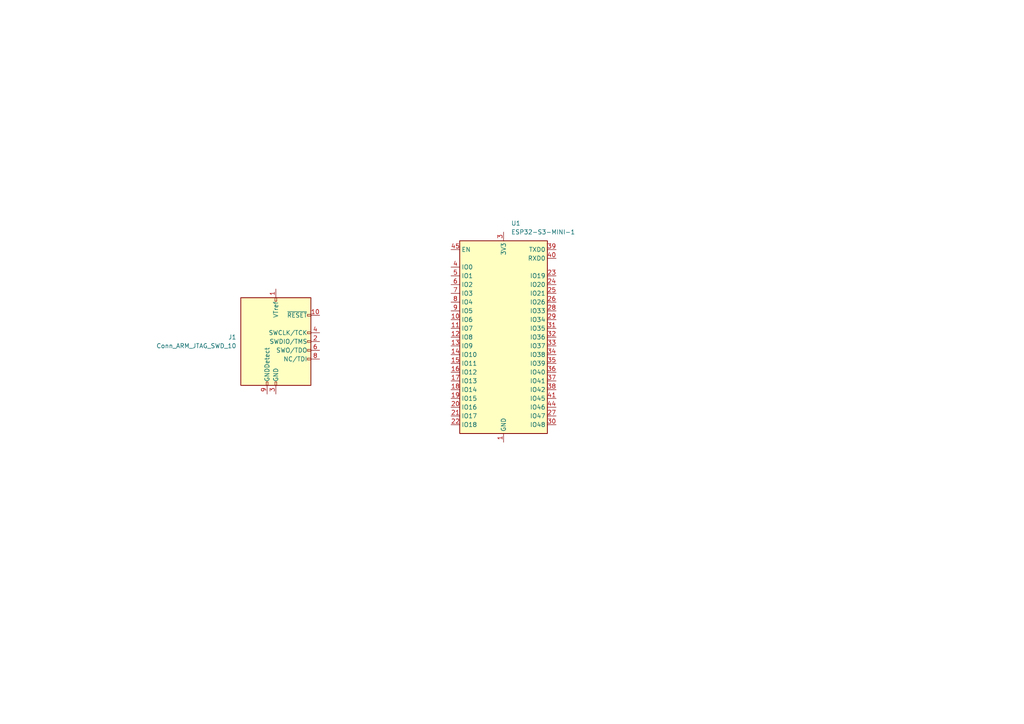
<source format=kicad_sch>
(kicad_sch (version 20231120) (generator "eeschema") (generator_version "8.0")
  (paper "A4")
  (title_block (title "soundbox"))
  (lib_symbols
    (symbol "Connector:Conn_ARM_JTAG_SWD_10" (pin_names (offset 1.016))
      (property "Reference" "J" (at -2.54 16.51 0))
      (property "Value" "Conn_ARM_JTAG_SWD_10" (at -2.54 13.97 0))
      (symbol "Conn_ARM_JTAG_SWD_10_0_1"
        (rectangle (start -10.16 12.7) (end 10.16 -12.7) (stroke (width 0.254)) (fill (type background)))
        (rectangle (start -2.794 -12.7) (end -2.286 -11.684))
        (rectangle (start -0.254 -12.7) (end 0.254 -11.684))
        (rectangle (start -0.254 12.7) (end 0.254 11.684))
        (rectangle (start 9.144 2.286) (end 10.16 2.794))
        (rectangle (start 10.16 -2.794) (end 9.144 -2.286))
        (rectangle (start 10.16 -0.254) (end 9.144 0.254))
        (rectangle (start 10.16 7.874) (end 9.144 7.366))
      )
      (symbol "Conn_ARM_JTAG_SWD_10_1_1"
        (rectangle (start 9.144 -5.334) (end 10.16 -4.826))
        (pin power_in line (at 0 15.24 270) (length 2.54) (name "VTref") (number "1"))
        (pin open_collector line (at 12.7 7.62 180) (length 2.54) (name "~{RESET}") (number "10"))
        (pin bidirectional line (at 12.7 0 180) (length 2.54) (name "SWDIO/TMS") (number "2"))
        (pin power_in line (at 0 -15.24 90) (length 2.54) (name "GND") (number "3"))
        (pin output line (at 12.7 2.54 180) (length 2.54) (name "SWCLK/TCK") (number "4"))
        (pin passive line (at 0 -15.24 90) (length 2.54) hide (name "GND") (number "5"))
        (pin input line (at 12.7 -2.54 180) (length 2.54) (name "SWO/TDO") (number "6"))
        (pin no_connect line (at -10.16 0 0) (length 2.54) hide (name "KEY") (number "7"))
        (pin output line (at 12.7 -5.08 180) (length 2.54) (name "NC/TDI") (number "8"))
        (pin passive line (at -2.54 -15.24 90) (length 2.54) (name "GNDDetect") (number "9"))
      )
    )
    (symbol "RF_Module:ESP32-S3-MINI-1"
      (property "Reference" "U" (at -11.43 29.21 0))
      (property "Value" "ESP32-S3-MINI-1" (at 12.7 29.21 0))
      (symbol "ESP32-S3-MINI-1_0_1"
        (rectangle (start -12.7 27.94) (end 12.7 -27.94) (stroke (width 0.254)) (fill (type background)))
      )
      (symbol "ESP32-S3-MINI-1_1_1"
        (pin power_in line (at 0 -30.48 90) (length 2.54) (name "GND") (number "1"))
        (pin bidirectional line (at -15.24 5.08 0) (length 2.54) (name "IO6") (number "10"))
        (pin bidirectional line (at -15.24 2.54 0) (length 2.54) (name "IO7") (number "11"))
        (pin bidirectional line (at -15.24 0 0) (length 2.54) (name "IO8") (number "12"))
        (pin bidirectional line (at -15.24 -2.54 0) (length 2.54) (name "IO9") (number "13"))
        (pin bidirectional line (at -15.24 -5.08 0) (length 2.54) (name "IO10") (number "14"))
        (pin bidirectional line (at -15.24 -7.62 0) (length 2.54) (name "IO11") (number "15"))
        (pin bidirectional line (at -15.24 -10.16 0) (length 2.54) (name "IO12") (number "16"))
        (pin bidirectional line (at -15.24 -12.7 0) (length 2.54) (name "IO13") (number "17"))
        (pin bidirectional line (at -15.24 -15.24 0) (length 2.54) (name "IO14") (number "18"))
        (pin bidirectional line (at -15.24 -17.78 0) (length 2.54) (name "IO15") (number "19"))
        (pin passive line (at 0 -30.48 90) (length 2.54) hide (name "GND") (number "2"))
        (pin bidirectional line (at -15.24 -20.32 0) (length 2.54) (name "IO16") (number "20"))
        (pin bidirectional line (at -15.24 -22.86 0) (length 2.54) (name "IO17") (number "21"))
        (pin bidirectional line (at -15.24 -25.4 0) (length 2.54) (name "IO18") (number "22"))
        (pin bidirectional line (at 15.24 17.78 180) (length 2.54) (name "IO19") (number "23"))
        (pin bidirectional line (at 15.24 15.24 180) (length 2.54) (name "IO20") (number "24"))
        (pin bidirectional line (at 15.24 12.7 180) (length 2.54) (name "IO21") (number "25"))
        (pin bidirectional line (at 15.24 10.16 180) (length 2.54) (name "IO26") (number "26"))
        (pin bidirectional line (at 15.24 -22.86 180) (length 2.54) (name "IO47") (number "27"))
        (pin bidirectional line (at 15.24 7.62 180) (length 2.54) (name "IO33") (number "28"))
        (pin bidirectional line (at 15.24 5.08 180) (length 2.54) (name "IO34") (number "29"))
        (pin power_in line (at 0 30.48 270) (length 2.54) (name "3V3") (number "3"))
        (pin bidirectional line (at 15.24 -25.4 180) (length 2.54) (name "IO48") (number "30"))
        (pin bidirectional line (at 15.24 2.54 180) (length 2.54) (name "IO35") (number "31"))
        (pin bidirectional line (at 15.24 0 180) (length 2.54) (name "IO36") (number "32"))
        (pin bidirectional line (at 15.24 -2.54 180) (length 2.54) (name "IO37") (number "33"))
        (pin bidirectional line (at 15.24 -5.08 180) (length 2.54) (name "IO38") (number "34"))
        (pin bidirectional line (at 15.24 -7.62 180) (length 2.54) (name "IO39") (number "35"))
        (pin bidirectional line (at 15.24 -10.16 180) (length 2.54) (name "IO40") (number "36"))
        (pin bidirectional line (at 15.24 -12.7 180) (length 2.54) (name "IO41") (number "37"))
        (pin bidirectional line (at 15.24 -15.24 180) (length 2.54) (name "IO42") (number "38"))
        (pin bidirectional line (at 15.24 25.4 180) (length 2.54) (name "TXD0") (number "39"))
        (pin bidirectional line (at -15.24 20.32 0) (length 2.54) (name "IO0") (number "4"))
        (pin bidirectional line (at 15.24 22.86 180) (length 2.54) (name "RXD0") (number "40"))
        (pin bidirectional line (at 15.24 -17.78 180) (length 2.54) (name "IO45") (number "41"))
        (pin passive line (at 0 -30.48 90) (length 2.54) hide (name "GND") (number "42"))
        (pin passive line (at 0 -30.48 90) (length 2.54) hide (name "GND") (number "43"))
        (pin bidirectional line (at 15.24 -20.32 180) (length 2.54) (name "IO46") (number "44"))
        (pin input line (at -15.24 25.4 0) (length 2.54) (name "EN") (number "45"))
        (pin passive line (at 0 -30.48 90) (length 2.54) hide (name "GND") (number "46"))
        (pin passive line (at 0 -30.48 90) (length 2.54) hide (name "GND") (number "47"))
        (pin passive line (at 0 -30.48 90) (length 2.54) hide (name "GND") (number "48"))
        (pin passive line (at 0 -30.48 90) (length 2.54) hide (name "GND") (number "49"))
        (pin bidirectional line (at -15.24 17.78 0) (length 2.54) (name "IO1") (number "5"))
        (pin passive line (at 0 -30.48 90) (length 2.54) hide (name "GND") (number "50"))
        (pin passive line (at 0 -30.48 90) (length 2.54) hide (name "GND") (number "51"))
        (pin passive line (at 0 -30.48 90) (length 2.54) hide (name "GND") (number "52"))
        (pin passive line (at 0 -30.48 90) (length 2.54) hide (name "GND") (number "53"))
        (pin passive line (at 0 -30.48 90) (length 2.54) hide (name "GND") (number "54"))
        (pin passive line (at 0 -30.48 90) (length 2.54) hide (name "GND") (number "55"))
        (pin passive line (at 0 -30.48 90) (length 2.54) hide (name "GND") (number "56"))
        (pin passive line (at 0 -30.48 90) (length 2.54) hide (name "GND") (number "57"))
        (pin passive line (at 0 -30.48 90) (length 2.54) hide (name "GND") (number "58"))
        (pin passive line (at 0 -30.48 90) (length 2.54) hide (name "GND") (number "59"))
        (pin bidirectional line (at -15.24 15.24 0) (length 2.54) (name "IO2") (number "6"))
        (pin passive line (at 0 -30.48 90) (length 2.54) hide (name "GND") (number "60"))
        (pin passive line (at 0 -30.48 90) (length 2.54) hide (name "GND") (number "61"))
        (pin passive line (at 0 -30.48 90) (length 2.54) hide (name "GND") (number "62"))
        (pin passive line (at 0 -30.48 90) (length 2.54) hide (name "GND") (number "63"))
        (pin passive line (at 0 -30.48 90) (length 2.54) hide (name "GND") (number "64"))
        (pin passive line (at 0 -30.48 90) (length 2.54) hide (name "GND") (number "65"))
        (pin bidirectional line (at -15.24 12.7 0) (length 2.54) (name "IO3") (number "7"))
        (pin bidirectional line (at -15.24 10.16 0) (length 2.54) (name "IO4") (number "8"))
        (pin bidirectional line (at -15.24 7.62 0) (length 2.54) (name "IO5") (number "9"))
      )
    )
  )
  (symbol (lib_id "RF_Module:ESP32-S3-MINI-1") (at 146.05 97.79 0) (unit 1)
    (property "Reference" "U1" (at 148.2441 64.77 0) (effects (justify left)))
    (property "Value" "ESP32-S3-MINI-1" (at 148.2441 67.31 0) (effects (justify left)))
    (property "Footprint" "RF_Module:ESP32-S2-MINI-1" (effects (hide yes)))
    (property "Datasheet" "https://www.espressif.com/sites/default/files/documentation/esp32-s3-mini-1_mini-1u_datasheet_en.pdf" (effects (hide yes)))
    (property "Description" "RF Module, ESP32-S3 SoC, Wi-Fi 802.11b/g/n, Bluetooth, BLE, 32-bit, 3.3V, SMD, onboard antenna" (effects (hide yes)))
  )
  (symbol (lib_id "Connector:Conn_ARM_JTAG_SWD_10") (at 80.01 99.06 0) (unit 1)
    (property "Reference" "J1" (at 68.58 97.7899 0) (effects (justify right)))
    (property "Value" "Conn_ARM_JTAG_SWD_10" (at 68.58 100.3299 0) (effects (justify right)))
    (property "Datasheet" "http://infocenter.arm.com/help/topic/com.arm.doc.ddi0314h/DDI0314H_coresight_components_trm.pdf" (effects (hide yes)))
    (property "Description" "Cortex Debug Connector, standard ARM Cortex-M SWD and JTAG interface" (effects (hide yes)))
  )
)
</source>
